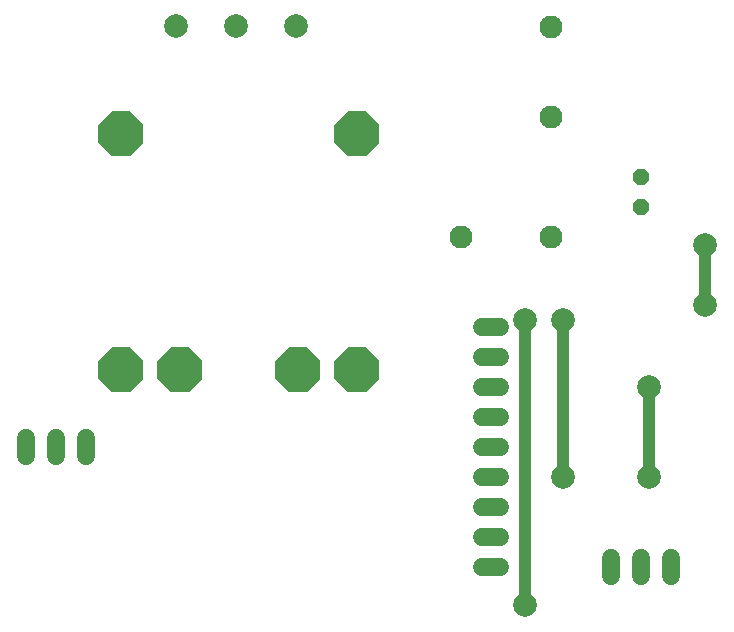
<source format=gbr>
G04 EAGLE Gerber RS-274X export*
G75*
%MOMM*%
%FSLAX34Y34*%
%LPD*%
%INTop Copper*%
%IPPOS*%
%AMOC8*
5,1,8,0,0,1.08239X$1,22.5*%
G01*
%ADD10P,1.429621X8X112.500000*%
%ADD11C,1.524000*%
%ADD12C,1.950000*%
%ADD13C,2.000000*%
%ADD14P,4.123906X8X292.500000*%
%ADD15C,1.016000*%


D10*
X546100Y368300D03*
X546100Y393700D03*
D11*
X571500Y71120D02*
X571500Y55880D01*
X546100Y55880D02*
X546100Y71120D01*
X520700Y71120D02*
X520700Y55880D01*
D12*
X469900Y342900D03*
X393700Y342900D03*
X469900Y444500D03*
X469900Y520700D03*
D13*
X152189Y520950D03*
X202989Y520950D03*
X253789Y520950D03*
D11*
X76200Y172720D02*
X76200Y157480D01*
X50800Y157480D02*
X50800Y172720D01*
X25400Y172720D02*
X25400Y157480D01*
D14*
X305176Y430276D03*
X105024Y430276D03*
X105024Y230124D03*
X155062Y230124D03*
X255138Y230124D03*
X305176Y230124D03*
D11*
X411480Y266700D02*
X426720Y266700D01*
X426720Y241300D02*
X411480Y241300D01*
X411480Y215900D02*
X426720Y215900D01*
X426720Y190500D02*
X411480Y190500D01*
X411480Y165100D02*
X426720Y165100D01*
X426720Y139700D02*
X411480Y139700D01*
X411480Y114300D02*
X426720Y114300D01*
X426720Y88900D02*
X411480Y88900D01*
X411480Y63500D02*
X426720Y63500D01*
D13*
X600000Y285000D03*
X600000Y335800D03*
D15*
X600000Y285000D01*
D13*
X447600Y31000D03*
X447600Y272500D03*
D15*
X447600Y31000D01*
D13*
X480000Y272500D03*
X480000Y139700D03*
D15*
X480000Y272500D01*
D13*
X552500Y215900D03*
X552500Y139700D03*
D15*
X552500Y215900D01*
M02*

</source>
